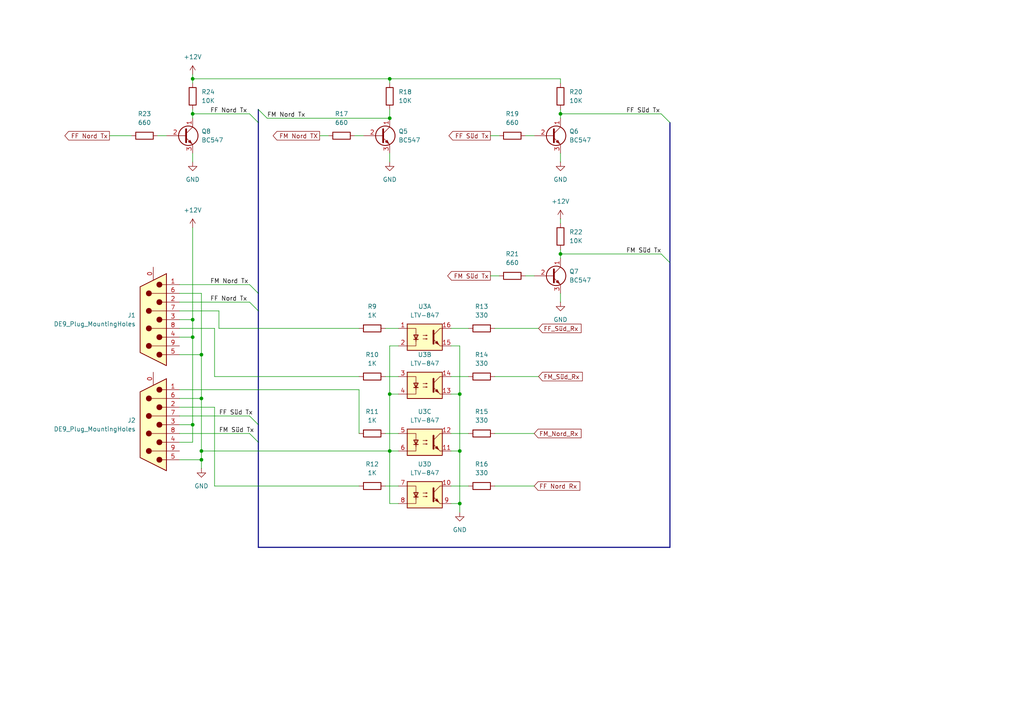
<source format=kicad_sch>
(kicad_sch (version 20231120) (generator "eeschema") (generator_version "8.0")
  (paper "A4")
  (lib_symbols
    (symbol "Connector:DE9_Plug_MountingHoles" (pin_names (offset 1.016) hide)
      (property "Reference" "J" (at 0 16.51 0))
      (property "Value" "DE9_Plug_MountingHoles" (at 0 14.605 0))
      (symbol "DE9_Plug_MountingHoles_0_1"
        (circle (center -1.778 -10.16) (radius 0.762) (fill (type outline)))
        (circle (center -1.778 -5.08) (radius 0.762) (fill (type outline)))
        (circle (center -1.778 0) (radius 0.762) (fill (type outline)))
        (circle (center -1.778 5.08) (radius 0.762) (fill (type outline)))
        (circle (center -1.778 10.16) (radius 0.762) (fill (type outline)))
        (polyline (pts (xy -3.81 -10.16) (xy -2.54 -10.16)))
        (polyline (pts (xy -3.81 -7.62) (xy 0.508 -7.62)))
        (polyline (pts (xy -3.81 -5.08) (xy -2.54 -5.08)))
        (polyline (pts (xy -3.81 -2.54) (xy 0.508 -2.54)))
        (polyline (pts (xy -3.81 0) (xy -2.54 0)))
        (polyline (pts (xy -3.81 2.54) (xy 0.508 2.54)))
        (polyline (pts (xy -3.81 5.08) (xy -2.54 5.08)))
        (polyline (pts (xy -3.81 7.62) (xy 0.508 7.62)))
        (polyline (pts (xy -3.81 10.16) (xy -2.54 10.16)))
        (polyline (pts (xy -3.81 -13.335) (xy -3.81 13.335) (xy 3.81 9.525) (xy 3.81 -9.525) (xy -3.81 -13.335)) (stroke (width 0.254)) (fill (type background)))
        (circle (center 1.27 -7.62) (radius 0.762) (fill (type outline)))
        (circle (center 1.27 -2.54) (radius 0.762) (fill (type outline)))
        (circle (center 1.27 2.54) (radius 0.762) (fill (type outline)))
        (circle (center 1.27 7.62) (radius 0.762) (fill (type outline)))
      )
      (symbol "DE9_Plug_MountingHoles_1_1"
        (pin passive line (at 0 -15.24 90) (length 3.81) (name "PAD") (number "0"))
        (pin passive line (at -7.62 -10.16 0) (length 3.81) (name "1") (number "1"))
        (pin passive line (at -7.62 -5.08 0) (length 3.81) (name "2") (number "2"))
        (pin passive line (at -7.62 0 0) (length 3.81) (name "3") (number "3"))
        (pin passive line (at -7.62 5.08 0) (length 3.81) (name "4") (number "4"))
        (pin passive line (at -7.62 10.16 0) (length 3.81) (name "5") (number "5"))
        (pin passive line (at -7.62 -7.62 0) (length 3.81) (name "6") (number "6"))
        (pin passive line (at -7.62 -2.54 0) (length 3.81) (name "7") (number "7"))
        (pin passive line (at -7.62 2.54 0) (length 3.81) (name "8") (number "8"))
        (pin passive line (at -7.62 7.62 0) (length 3.81) (name "9") (number "9"))
      )
    )
    (symbol "Device:R" (pin_numbers hide) (pin_names (offset 0))
      (property "Reference" "R" (at 2.032 0 90))
      (property "Value" "R" (at 0 0 90))
      (symbol "R_0_1"
        (rectangle (start -1.016 -2.54) (end 1.016 2.54) (stroke (width 0.254)))
      )
      (symbol "R_1_1"
        (pin passive line (at 0 3.81 270) (length 1.27) (name "~") (number "1"))
        (pin passive line (at 0 -3.81 90) (length 1.27) (name "~") (number "2"))
      )
    )
    (symbol "Isolator:LTV-847" (pin_names (offset 1.016))
      (property "Reference" "U" (at -5.08 5.08 0))
      (property "Value" "LTV-847" (at 0 5.08 0))
      (symbol "LTV-847_0_1"
        (rectangle (start -5.08 3.81) (end 5.08 -3.81) (stroke (width 0.254)) (fill (type background)))
        (polyline (pts (xy -3.175 -0.635) (xy -1.905 -0.635)) (stroke (width 0.254)))
        (polyline (pts (xy 2.54 0.635) (xy 4.445 2.54)))
        (polyline (pts (xy 4.445 -2.54) (xy 2.54 -0.635)) (fill (type outline)))
        (polyline (pts (xy 4.445 -2.54) (xy 5.08 -2.54)))
        (polyline (pts (xy 4.445 2.54) (xy 5.08 2.54)))
        (polyline (pts (xy -2.54 -0.635) (xy -2.54 -2.54) (xy -5.08 -2.54)))
        (polyline (pts (xy 2.54 1.905) (xy 2.54 -1.905) (xy 2.54 -1.905)) (stroke (width 0.508)))
        (polyline (pts (xy -5.08 2.54) (xy -2.54 2.54) (xy -2.54 -1.27) (xy -2.54 0.635)))
        (polyline (pts (xy -2.54 -0.635) (xy -3.175 0.635) (xy -1.905 0.635) (xy -2.54 -0.635)) (stroke (width 0.254)))
        (polyline (pts (xy -0.508 -0.508) (xy 0.762 -0.508) (xy 0.381 -0.635) (xy 0.381 -0.381) (xy 0.762 -0.508)))
        (polyline (pts (xy -0.508 0.508) (xy 0.762 0.508) (xy 0.381 0.381) (xy 0.381 0.635) (xy 0.762 0.508)))
        (polyline (pts (xy 3.048 -1.651) (xy 3.556 -1.143) (xy 4.064 -2.159) (xy 3.048 -1.651) (xy 3.048 -1.651)) (fill (type outline)))
      )
      (symbol "LTV-847_1_1"
        (pin passive line (at -7.62 2.54 0) (length 2.54) (name "~") (number "1"))
        (pin passive line (at 7.62 -2.54 180) (length 2.54) (name "~") (number "15"))
        (pin passive line (at 7.62 2.54 180) (length 2.54) (name "~") (number "16"))
        (pin passive line (at -7.62 -2.54 0) (length 2.54) (name "~") (number "2"))
      )
      (symbol "LTV-847_2_1"
        (pin passive line (at 7.62 -2.54 180) (length 2.54) (name "~") (number "13"))
        (pin passive line (at 7.62 2.54 180) (length 2.54) (name "~") (number "14"))
        (pin passive line (at -7.62 2.54 0) (length 2.54) (name "~") (number "3"))
        (pin passive line (at -7.62 -2.54 0) (length 2.54) (name "~") (number "4"))
      )
      (symbol "LTV-847_3_1"
        (pin passive line (at 7.62 -2.54 180) (length 2.54) (name "~") (number "11"))
        (pin passive line (at 7.62 2.54 180) (length 2.54) (name "~") (number "12"))
        (pin passive line (at -7.62 2.54 0) (length 2.54) (name "~") (number "5"))
        (pin passive line (at -7.62 -2.54 0) (length 2.54) (name "~") (number "6"))
      )
      (symbol "LTV-847_4_1"
        (pin passive line (at 7.62 2.54 180) (length 2.54) (name "~") (number "10"))
        (pin passive line (at -7.62 2.54 0) (length 2.54) (name "~") (number "7"))
        (pin passive line (at -7.62 -2.54 0) (length 2.54) (name "~") (number "8"))
        (pin passive line (at 7.62 -2.54 180) (length 2.54) (name "~") (number "9"))
      )
    )
    (symbol "Transistor_BJT:BC547" (pin_names (offset 0) hide)
      (property "Reference" "Q" (at 5.08 1.905 0))
      (property "Value" "BC547" (at 5.08 0 0))
      (symbol "BC547_0_1"
        (polyline (pts (xy 0 0) (xy 0.635 0)))
        (polyline (pts (xy 0.635 0.635) (xy 2.54 2.54)))
        (polyline (pts (xy 0.635 -0.635) (xy 2.54 -2.54) (xy 2.54 -2.54)))
        (polyline (pts (xy 0.635 1.905) (xy 0.635 -1.905) (xy 0.635 -1.905)) (stroke (width 0.508)))
        (polyline (pts (xy 1.27 -1.778) (xy 1.778 -1.27) (xy 2.286 -2.286) (xy 1.27 -1.778) (xy 1.27 -1.778)) (fill (type outline)))
        (circle (center 1.27 0) (radius 2.8194) (stroke (width 0.254)))
      )
      (symbol "BC547_1_1"
        (pin passive line (at 2.54 5.08 270) (length 2.54) (name "C") (number "1"))
        (pin input line (at -5.08 0 0) (length 5.08) (name "B") (number "2"))
        (pin passive line (at 2.54 -5.08 90) (length 2.54) (name "E") (number "3"))
      )
    )
    (symbol "power:+12V" (power) (pin_numbers hide) (pin_names (offset 0) hide)
      (property "Value" "+12V" (at 0 3.556 0))
      (symbol "+12V_0_1"
        (polyline (pts (xy -0.762 1.27) (xy 0 2.54)))
        (polyline (pts (xy 0 0) (xy 0 2.54)))
        (polyline (pts (xy 0 2.54) (xy 0.762 1.27)))
      )
      (symbol "+12V_1_1"
        (pin power_in line (at 0 0 90) (length 0) (name "~") (number "1"))
      )
    )
    (symbol "power:GND" (power) (pin_numbers hide) (pin_names (offset 0) hide)
      (property "Value" "GND" (at 0 -3.81 0))
      (symbol "GND_0_1"
        (polyline (pts (xy 0 0) (xy 0 -1.27) (xy 1.27 -1.27) (xy 0 -2.54) (xy -1.27 -1.27) (xy 0 -1.27)))
      )
      (symbol "GND_1_1"
        (pin power_in line (at 0 0 270) (length 0) (name "~") (number "1"))
      )
    )
  )
  (junction (at 133.35 114.3))
  (junction (at 113.03 22.86))
  (junction (at 55.88 22.86))
  (junction (at 113.03 114.3))
  (junction (at 55.88 92.71))
  (junction (at 58.42 130.81))
  (junction (at 55.88 123.19))
  (junction (at 133.35 130.81))
  (junction (at 113.03 130.81))
  (junction (at 113.03 34.29))
  (junction (at 162.56 73.66))
  (junction (at 58.42 133.35))
  (junction (at 55.88 33.02))
  (junction (at 58.42 115.57))
  (junction (at 133.35 146.05))
  (junction (at 58.42 102.87))
  (junction (at 55.88 97.79))
  (junction (at 162.56 33.02))
  (bus_entry (at 72.39 87.63) (size 2.54 2.54))
  (bus_entry (at 191.77 73.66) (size 2.54 2.54))
  (bus_entry (at 74.93 31.75) (size 2.54 2.54))
  (bus_entry (at 72.39 82.55) (size 2.54 2.54))
  (bus_entry (at 72.39 33.02) (size 2.54 2.54))
  (bus_entry (at 72.39 125.73) (size 2.54 2.54))
  (bus_entry (at 191.77 33.02) (size 2.54 2.54))
  (bus_entry (at 72.39 120.65) (size 2.54 2.54))
  (wire (pts (xy 111.76 140.97) (xy 115.57 140.97)))
  (wire (pts (xy 58.42 102.87) (xy 58.42 85.09)))
  (wire (pts (xy 162.56 85.09) (xy 162.56 87.63)))
  (wire (pts (xy 113.03 44.45) (xy 113.03 46.99)))
  (wire (pts (xy 143.51 125.73) (xy 154.94 125.73)))
  (wire (pts (xy 130.81 130.81) (xy 133.35 130.81)))
  (bus (pts (xy 74.93 158.75) (xy 194.31 158.75)))
  (wire (pts (xy 162.56 73.66) (xy 162.56 74.93)))
  (wire (pts (xy 52.07 133.35) (xy 58.42 133.35)))
  (wire (pts (xy 52.07 90.17) (xy 63.5 90.17)))
  (wire (pts (xy 113.03 22.86) (xy 162.56 22.86)))
  (wire (pts (xy 55.88 97.79) (xy 52.07 97.79)))
  (wire (pts (xy 55.88 128.27) (xy 52.07 128.27)))
  (wire (pts (xy 52.07 123.19) (xy 55.88 123.19)))
  (wire (pts (xy 55.88 22.86) (xy 55.88 24.13)))
  (wire (pts (xy 133.35 100.33) (xy 133.35 114.3)))
  (wire (pts (xy 52.07 102.87) (xy 58.42 102.87)))
  (wire (pts (xy 113.03 146.05) (xy 115.57 146.05)))
  (wire (pts (xy 55.88 33.02) (xy 55.88 34.29)))
  (wire (pts (xy 162.56 22.86) (xy 162.56 24.13)))
  (bus (pts (xy 74.93 31.75) (xy 74.93 35.56)))
  (wire (pts (xy 52.07 125.73) (xy 72.39 125.73)))
  (wire (pts (xy 111.76 95.25) (xy 115.57 95.25)))
  (wire (pts (xy 104.14 113.03) (xy 104.14 125.73)))
  (wire (pts (xy 130.81 114.3) (xy 133.35 114.3)))
  (wire (pts (xy 162.56 63.5) (xy 162.56 64.77)))
  (wire (pts (xy 52.07 82.55) (xy 72.39 82.55)))
  (wire (pts (xy 55.88 66.04) (xy 55.88 92.71)))
  (wire (pts (xy 55.88 97.79) (xy 55.88 123.19)))
  (wire (pts (xy 52.07 118.11) (xy 62.23 118.11)))
  (wire (pts (xy 130.81 109.22) (xy 135.89 109.22)))
  (wire (pts (xy 142.24 39.37) (xy 144.78 39.37)))
  (wire (pts (xy 142.24 80.01) (xy 144.78 80.01)))
  (wire (pts (xy 77.47 34.29) (xy 113.03 34.29)))
  (wire (pts (xy 111.76 125.73) (xy 115.57 125.73)))
  (wire (pts (xy 55.88 31.75) (xy 55.88 33.02)))
  (wire (pts (xy 162.56 31.75) (xy 162.56 33.02)))
  (wire (pts (xy 152.4 39.37) (xy 154.94 39.37)))
  (bus (pts (xy 74.93 35.56) (xy 74.93 85.09)))
  (wire (pts (xy 62.23 140.97) (xy 104.14 140.97)))
  (wire (pts (xy 133.35 130.81) (xy 133.35 146.05)))
  (wire (pts (xy 162.56 44.45) (xy 162.56 46.99)))
  (wire (pts (xy 55.88 123.19) (xy 55.88 128.27)))
  (wire (pts (xy 113.03 22.86) (xy 113.03 24.13)))
  (wire (pts (xy 130.81 95.25) (xy 135.89 95.25)))
  (wire (pts (xy 162.56 33.02) (xy 191.77 33.02)))
  (wire (pts (xy 62.23 118.11) (xy 62.23 140.97)))
  (wire (pts (xy 92.71 39.37) (xy 95.25 39.37)))
  (wire (pts (xy 58.42 85.09) (xy 52.07 85.09)))
  (wire (pts (xy 52.07 87.63) (xy 72.39 87.63)))
  (bus (pts (xy 74.93 123.19) (xy 74.93 128.27)))
  (wire (pts (xy 62.23 109.22) (xy 104.14 109.22)))
  (wire (pts (xy 55.88 21.59) (xy 55.88 22.86)))
  (wire (pts (xy 55.88 44.45) (xy 55.88 46.99)))
  (wire (pts (xy 143.51 109.22) (xy 156.21 109.22)))
  (wire (pts (xy 115.57 100.33) (xy 113.03 100.33)))
  (wire (pts (xy 111.76 109.22) (xy 115.57 109.22)))
  (bus (pts (xy 74.93 90.17) (xy 74.93 123.19)))
  (wire (pts (xy 143.51 140.97) (xy 154.94 140.97)))
  (wire (pts (xy 58.42 130.81) (xy 58.42 115.57)))
  (wire (pts (xy 52.07 113.03) (xy 104.14 113.03)))
  (wire (pts (xy 55.88 92.71) (xy 55.88 97.79)))
  (wire (pts (xy 58.42 102.87) (xy 58.42 115.57)))
  (wire (pts (xy 62.23 95.25) (xy 62.23 109.22)))
  (wire (pts (xy 113.03 114.3) (xy 113.03 130.81)))
  (wire (pts (xy 113.03 100.33) (xy 113.03 114.3)))
  (bus (pts (xy 74.93 85.09) (xy 74.93 90.17)))
  (wire (pts (xy 113.03 130.81) (xy 113.03 146.05)))
  (wire (pts (xy 113.03 130.81) (xy 115.57 130.81)))
  (bus (pts (xy 74.93 128.27) (xy 74.93 158.75)))
  (wire (pts (xy 58.42 130.81) (xy 113.03 130.81)))
  (wire (pts (xy 133.35 146.05) (xy 133.35 148.59)))
  (bus (pts (xy 194.31 76.2) (xy 194.31 158.75)))
  (wire (pts (xy 130.81 125.73) (xy 135.89 125.73)))
  (wire (pts (xy 143.51 95.25) (xy 156.21 95.25)))
  (wire (pts (xy 52.07 92.71) (xy 55.88 92.71)))
  (wire (pts (xy 55.88 22.86) (xy 113.03 22.86)))
  (wire (pts (xy 63.5 90.17) (xy 63.5 95.25)))
  (wire (pts (xy 152.4 80.01) (xy 154.94 80.01)))
  (wire (pts (xy 113.03 114.3) (xy 115.57 114.3)))
  (wire (pts (xy 31.75 39.37) (xy 38.1 39.37)))
  (bus (pts (xy 194.31 35.56) (xy 194.31 76.2)))
  (wire (pts (xy 58.42 133.35) (xy 58.42 130.81)))
  (wire (pts (xy 133.35 114.3) (xy 133.35 130.81)))
  (wire (pts (xy 52.07 120.65) (xy 72.39 120.65)))
  (wire (pts (xy 55.88 33.02) (xy 72.39 33.02)))
  (wire (pts (xy 63.5 95.25) (xy 104.14 95.25)))
  (wire (pts (xy 113.03 31.75) (xy 113.03 34.29)))
  (wire (pts (xy 162.56 33.02) (xy 162.56 34.29)))
  (wire (pts (xy 162.56 72.39) (xy 162.56 73.66)))
  (wire (pts (xy 52.07 95.25) (xy 62.23 95.25)))
  (wire (pts (xy 58.42 133.35) (xy 58.42 135.89)))
  (wire (pts (xy 45.72 39.37) (xy 48.26 39.37)))
  (wire (pts (xy 58.42 115.57) (xy 52.07 115.57)))
  (wire (pts (xy 102.87 39.37) (xy 105.41 39.37)))
  (wire (pts (xy 130.81 100.33) (xy 133.35 100.33)))
  (wire (pts (xy 130.81 140.97) (xy 135.89 140.97)))
  (wire (pts (xy 162.56 73.66) (xy 191.77 73.66)))
  (wire (pts (xy 130.81 146.05) (xy 133.35 146.05)))
  (label "FM Süd Tx" (at 181.61 73.66 0))
  (label "FM Nord Tx" (at 60.96 82.55 0))
  (label "FM Süd Tx" (at 63.5 125.73 0))
  (label "FM Nord Tx" (at 77.47 34.29 0))
  (label "FF Nord Tx" (at 60.96 87.63 0))
  (label "FF Süd Tx" (at 63.5 120.65 0))
  (label "FF Nord Tx" (at 60.96 33.02 0))
  (label "FF Süd Tx" (at 181.61 33.02 0))
  (global_label "FM Süd Tx" (shape output) (at 142.24 80.01 180) (property "Intersheetrefs" "${INTERSHEET_REFS}" (effects (hide yes))))
  (global_label "FF Nord Rx" (shape input) (at 154.94 140.97 0) (property "Intersheetrefs" "${INTERSHEET_REFS}" (effects (hide yes))))
  (global_label "FM_Süd_Rx" (shape input) (at 156.21 109.22 0) (property "Intersheetrefs" "${INTERSHEET_REFS}" (effects (hide yes))))
  (global_label "FM_Nord_Rx" (shape input) (at 154.94 125.73 0) (property "Intersheetrefs" "${INTERSHEET_REFS}" (effects (hide yes))))
  (global_label "FF_Süd_Rx" (shape input) (at 156.21 95.25 0) (property "Intersheetrefs" "${INTERSHEET_REFS}" (effects (hide yes))))
  (global_label "FF Süd Tx" (shape output) (at 142.24 39.37 180) (property "Intersheetrefs" "${INTERSHEET_REFS}" (effects (hide yes))))
  (global_label "FF Nord Tx" (shape output) (at 31.75 39.37 180) (property "Intersheetrefs" "${INTERSHEET_REFS}" (effects (hide yes))))
  (global_label "FM Nord TX" (shape output) (at 92.71 39.37 180) (property "Intersheetrefs" "${INTERSHEET_REFS}" (effects (hide yes))))
  (symbol (lib_id "Device:R") (at 139.7 140.97 90) (unit 1)
    (property "Reference" "R16" (at 139.7 134.62 90))
    (property "Value" "330" (at 139.7 137.16 90))
    (property "Footprint" "Resistor_SMD:R_0805_2012Metric_Pad1.20x1.40mm_HandSolder" (effects (hide yes)))
    (property "Description" "Resistor" (effects (hide yes)))
    (property "Mouser" "71-CRCW0805330RJNEAH" (effects (hide yes)))
  )
  (symbol (lib_id "Device:R") (at 148.59 39.37 270) (unit 1)
    (property "Reference" "R19" (at 148.59 33.02 90))
    (property "Value" "660" (at 148.59 35.56 90))
    (property "Footprint" "Resistor_SMD:R_0805_2012Metric_Pad1.20x1.40mm_HandSolder" (effects (hide yes)))
    (property "Description" "Resistor" (effects (hide yes)))
    (property "Mouser" "667-ERA-6AEB681V" (effects (hide yes)))
  )
  (symbol (lib_id "Device:R") (at 139.7 125.73 90) (unit 1)
    (property "Reference" "R15" (at 139.7 119.38 90))
    (property "Value" "330" (at 139.7 121.92 90))
    (property "Footprint" "Resistor_SMD:R_0805_2012Metric_Pad1.20x1.40mm_HandSolder" (effects (hide yes)))
    (property "Description" "Resistor" (effects (hide yes)))
    (property "Mouser" "71-CRCW0805330RJNEAH" (effects (hide yes)))
  )
  (symbol (lib_id "power:+12V") (at 162.56 63.5 0) (unit 1)
    (property "Reference" "#PWR012" (effects (hide yes)))
    (property "Value" "+12V" (at 162.56 58.42 0))
    (property "Description" "Power symbol creates a global label with name \"+12V\"" (effects (hide yes)))
  )
  (symbol (lib_id "Transistor_BJT:BC547") (at 160.02 80.01 0) (unit 1)
    (property "Reference" "Q7" (at 165.1 78.7399 0) (effects (justify left)))
    (property "Value" "BC547" (at 165.1 81.2799 0) (effects (justify left)))
    (property "Footprint" "Package_TO_SOT_THT:TO-92_Inline" (effects (hide yes)))
    (property "Datasheet" "https://www.onsemi.com/pub/Collateral/BC550-D.pdf" (effects (hide yes)))
    (property "Description" "0.1A Ic, 45V Vce, Small Signal NPN Transistor, TO-92" (effects (hide yes)))
    (property "Mouser" "637-BC547C" (effects (hide yes)))
  )
  (symbol (lib_id "power:GND") (at 113.03 46.99 0) (unit 1)
    (property "Reference" "#PWR08" (effects (hide yes)))
    (property "Value" "GND" (at 113.03 52.07 0))
    (property "Description" "Power symbol creates a global label with name \"GND\" , ground" (effects (hide yes)))
  )
  (symbol (lib_id "Connector:DE9_Plug_MountingHoles") (at 44.45 92.71 180) (unit 1)
    (property "Reference" "J1" (at 39.37 91.4399 0) (effects (justify left)))
    (property "Value" "DE9_Plug_MountingHoles" (at 39.37 93.9799 0) (effects (justify left)))
    (property "Footprint" "Connector_Dsub:DSUB-9_Female_Horizontal_P2.77x2.84mm_EdgePinOffset4.94mm_Housed_MountingHolesOffset7.48mm" (effects (hide yes)))
    (property "Datasheet" " ~" (effects (hide yes)))
    (property "Description" "9-pin male plug pin D-SUB connector, Mounting Hole" (effects (hide yes)))
    (property "Mouser" "523-SDE09SA4CH3FC309" (effects (hide yes)))
  )
  (symbol (lib_id "Isolator:LTV-847") (at 123.19 111.76 0) (unit 2)
    (property "Reference" "U3" (at 123.19 102.87 0))
    (property "Value" "LTV-847" (at 123.19 105.41 0))
    (property "Footprint" "Package_DIP:DIP-16_W7.62mm" (effects (hide yes)))
    (property "Datasheet" "http://optoelectronics.liteon.com/upload/download/DS-70-96-0016/LTV-8X7%20series.PDF" (effects (hide yes)))
    (property "Description" "Quad DC Optocoupler, Vce 35V, CTR 50%, DIP-16" (effects (hide yes)))
    (property "Mouser" "859-LTV-847" (effects (hide yes)))
  )
  (symbol (lib_id "Device:R") (at 107.95 95.25 90) (unit 1)
    (property "Reference" "R9" (at 107.95 88.9 90))
    (property "Value" "1K" (at 107.95 91.44 90))
    (property "Footprint" "Resistor_SMD:R_0805_2012Metric_Pad1.20x1.40mm_HandSolder" (effects (hide yes)))
    (property "Description" "Resistor" (effects (hide yes)))
    (property "Mouser" "71-TNPW08051K00FEEA" (effects (hide yes)))
  )
  (symbol (lib_id "Isolator:LTV-847") (at 123.19 128.27 0) (unit 3)
    (property "Reference" "U3" (at 123.19 119.38 0))
    (property "Value" "LTV-847" (at 123.19 121.92 0))
    (property "Footprint" "Package_DIP:DIP-16_W7.62mm" (effects (hide yes)))
    (property "Datasheet" "http://optoelectronics.liteon.com/upload/download/DS-70-96-0016/LTV-8X7%20series.PDF" (effects (hide yes)))
    (property "Description" "Quad DC Optocoupler, Vce 35V, CTR 50%, DIP-16" (effects (hide yes)))
    (property "Mouser" "859-LTV-847" (effects (hide yes)))
  )
  (symbol (lib_id "Device:R") (at 139.7 109.22 90) (unit 1)
    (property "Reference" "R14" (at 139.7 102.87 90))
    (property "Value" "330" (at 139.7 105.41 90))
    (property "Footprint" "Resistor_SMD:R_0805_2012Metric_Pad1.20x1.40mm_HandSolder" (effects (hide yes)))
    (property "Description" "Resistor" (effects (hide yes)))
    (property "Mouser" "71-CRCW0805330RJNEAH" (effects (hide yes)))
  )
  (symbol (lib_id "Device:R") (at 107.95 125.73 90) (unit 1)
    (property "Reference" "R11" (at 107.95 119.38 90))
    (property "Value" "1K" (at 107.95 121.92 90))
    (property "Footprint" "Resistor_SMD:R_0805_2012Metric_Pad1.20x1.40mm_HandSolder" (effects (hide yes)))
    (property "Description" "Resistor" (effects (hide yes)))
    (property "Mouser" "71-TNPW08051K00FEEA" (effects (hide yes)))
  )
  (symbol (lib_id "Device:R") (at 139.7 95.25 90) (unit 1)
    (property "Reference" "R13" (at 139.7 88.9 90))
    (property "Value" "330" (at 139.7 91.44 90))
    (property "Footprint" "Resistor_SMD:R_0805_2012Metric_Pad1.20x1.40mm_HandSolder" (effects (hide yes)))
    (property "Description" "Resistor" (effects (hide yes)))
    (property "Mouser" "71-CRCW0805330RJNEAH" (effects (hide yes)))
  )
  (symbol (lib_id "Device:R") (at 162.56 27.94 0) (unit 1)
    (property "Reference" "R20" (at 165.1 26.6699 0) (effects (justify left)))
    (property "Value" "10K" (at 165.1 29.2099 0) (effects (justify left)))
    (property "Footprint" "Resistor_SMD:R_0805_2012Metric_Pad1.20x1.40mm_HandSolder" (effects (hide yes)))
    (property "Description" "Resistor" (effects (hide yes)))
    (property "Mouser" "594-MCU08050D1002BP1" (effects (hide yes)))
  )
  (symbol (lib_id "power:+12V") (at 55.88 21.59 0) (unit 1)
    (property "Reference" "#PWR014" (effects (hide yes)))
    (property "Value" "+12V" (at 55.88 16.51 0))
    (property "Description" "Power symbol creates a global label with name \"+12V\"" (effects (hide yes)))
  )
  (symbol (lib_id "Transistor_BJT:BC547") (at 160.02 39.37 0) (unit 1)
    (property "Reference" "Q6" (at 165.1 38.0999 0) (effects (justify left)))
    (property "Value" "BC547" (at 165.1 40.6399 0) (effects (justify left)))
    (property "Footprint" "Package_TO_SOT_THT:TO-92_Inline" (effects (hide yes)))
    (property "Datasheet" "https://www.onsemi.com/pub/Collateral/BC550-D.pdf" (effects (hide yes)))
    (property "Description" "0.1A Ic, 45V Vce, Small Signal NPN Transistor, TO-92" (effects (hide yes)))
    (property "Mouser" "637-BC547C" (effects (hide yes)))
  )
  (symbol (lib_id "power:GND") (at 162.56 46.99 0) (unit 1)
    (property "Reference" "#PWR011" (effects (hide yes)))
    (property "Value" "GND" (at 162.56 52.07 0))
    (property "Description" "Power symbol creates a global label with name \"GND\" , ground" (effects (hide yes)))
  )
  (symbol (lib_id "Device:R") (at 107.95 109.22 90) (unit 1)
    (property "Reference" "R10" (at 107.95 102.87 90))
    (property "Value" "1K" (at 107.95 105.41 90))
    (property "Footprint" "Resistor_SMD:R_0805_2012Metric_Pad1.20x1.40mm_HandSolder" (effects (hide yes)))
    (property "Description" "Resistor" (effects (hide yes)))
    (property "Mouser" "71-TNPW08051K00FEEA" (effects (hide yes)))
  )
  (symbol (lib_id "Isolator:LTV-847") (at 123.19 97.79 0) (unit 1)
    (property "Reference" "U3" (at 123.19 88.9 0))
    (property "Value" "LTV-847" (at 123.19 91.44 0))
    (property "Footprint" "Package_DIP:DIP-16_W7.62mm" (effects (hide yes)))
    (property "Datasheet" "http://optoelectronics.liteon.com/upload/download/DS-70-96-0016/LTV-8X7%20series.PDF" (effects (hide yes)))
    (property "Description" "Quad DC Optocoupler, Vce 35V, CTR 50%, DIP-16" (effects (hide yes)))
    (property "Mouser" "859-LTV-847" (effects (hide yes)))
  )
  (symbol (lib_id "Device:R") (at 41.91 39.37 270) (unit 1)
    (property "Reference" "R23" (at 41.91 33.02 90))
    (property "Value" "660" (at 41.91 35.56 90))
    (property "Footprint" "Resistor_SMD:R_0805_2012Metric_Pad1.20x1.40mm_HandSolder" (effects (hide yes)))
    (property "Description" "Resistor" (effects (hide yes)))
    (property "Mouser" "667-ERA-6AEB681V" (effects (hide yes)))
  )
  (symbol (lib_id "Transistor_BJT:BC547") (at 53.34 39.37 0) (unit 1)
    (property "Reference" "Q8" (at 58.42 38.0999 0) (effects (justify left)))
    (property "Value" "BC547" (at 58.42 40.6399 0) (effects (justify left)))
    (property "Footprint" "Package_TO_SOT_THT:TO-92_Inline" (effects (hide yes)))
    (property "Datasheet" "https://www.onsemi.com/pub/Collateral/BC550-D.pdf" (effects (hide yes)))
    (property "Description" "0.1A Ic, 45V Vce, Small Signal NPN Transistor, TO-92" (effects (hide yes)))
    (property "Mouser" "637-BC547C" (effects (hide yes)))
  )
  (symbol (lib_id "Device:R") (at 148.59 80.01 270) (unit 1)
    (property "Reference" "R21" (at 148.59 73.66 90))
    (property "Value" "660" (at 148.59 76.2 90))
    (property "Footprint" "Resistor_SMD:R_0805_2012Metric_Pad1.20x1.40mm_HandSolder" (effects (hide yes)))
    (property "Description" "Resistor" (effects (hide yes)))
    (property "Mouser" "667-ERA-6AEB681V" (effects (hide yes)))
  )
  (symbol (lib_id "Device:R") (at 162.56 68.58 0) (unit 1)
    (property "Reference" "R22" (at 165.1 67.3099 0) (effects (justify left)))
    (property "Value" "10K" (at 165.1 69.8499 0) (effects (justify left)))
    (property "Footprint" "Resistor_SMD:R_0805_2012Metric_Pad1.20x1.40mm_HandSolder" (effects (hide yes)))
    (property "Description" "Resistor" (effects (hide yes)))
    (property "Mouser" "594-MCU08050D1002BP1" (effects (hide yes)))
  )
  (symbol (lib_id "power:GND") (at 55.88 46.99 0) (unit 1)
    (property "Reference" "#PWR015" (effects (hide yes)))
    (property "Value" "GND" (at 55.88 52.07 0))
    (property "Description" "Power symbol creates a global label with name \"GND\" , ground" (effects (hide yes)))
  )
  (symbol (lib_id "power:GND") (at 133.35 148.59 0) (unit 1)
    (property "Reference" "#PWR05" (effects (hide yes)))
    (property "Value" "GND" (at 133.35 153.67 0))
    (property "Description" "Power symbol creates a global label with name \"GND\" , ground" (effects (hide yes)))
  )
  (symbol (lib_id "Isolator:LTV-847") (at 123.19 143.51 0) (unit 4)
    (property "Reference" "U3" (at 123.19 134.62 0))
    (property "Value" "LTV-847" (at 123.19 137.16 0))
    (property "Footprint" "Package_DIP:DIP-16_W7.62mm" (effects (hide yes)))
    (property "Datasheet" "http://optoelectronics.liteon.com/upload/download/DS-70-96-0016/LTV-8X7%20series.PDF" (effects (hide yes)))
    (property "Description" "Quad DC Optocoupler, Vce 35V, CTR 50%, DIP-16" (effects (hide yes)))
    (property "Mouser" "859-LTV-847" (effects (hide yes)))
  )
  (symbol (lib_id "Transistor_BJT:BC547") (at 110.49 39.37 0) (unit 1)
    (property "Reference" "Q5" (at 115.57 38.0999 0) (effects (justify left)))
    (property "Value" "BC547" (at 115.57 40.6399 0) (effects (justify left)))
    (property "Footprint" "Package_TO_SOT_THT:TO-92_Inline" (effects (hide yes)))
    (property "Datasheet" "https://www.onsemi.com/pub/Collateral/BC550-D.pdf" (effects (hide yes)))
    (property "Description" "0.1A Ic, 45V Vce, Small Signal NPN Transistor, TO-92" (effects (hide yes)))
    (property "Mouser" "637-BC547C" (effects (hide yes)))
  )
  (symbol (lib_id "Device:R") (at 113.03 27.94 0) (unit 1)
    (property "Reference" "R18" (at 115.57 26.6699 0) (effects (justify left)))
    (property "Value" "10K" (at 115.57 29.2099 0) (effects (justify left)))
    (property "Footprint" "Resistor_SMD:R_0805_2012Metric_Pad1.20x1.40mm_HandSolder" (effects (hide yes)))
    (property "Description" "Resistor" (effects (hide yes)))
    (property "Mouser" "594-MCU08050D1002BP1" (effects (hide yes)))
  )
  (symbol (lib_id "Device:R") (at 99.06 39.37 270) (unit 1)
    (property "Reference" "R17" (at 99.06 33.02 90))
    (property "Value" "660" (at 99.06 35.56 90))
    (property "Footprint" "Resistor_SMD:R_0805_2012Metric_Pad1.20x1.40mm_HandSolder" (effects (hide yes)))
    (property "Description" "Resistor" (effects (hide yes)))
    (property "Mouser" "667-ERA-6AEB681V" (effects (hide yes)))
  )
  (symbol (lib_id "power:GND") (at 58.42 135.89 0) (unit 1)
    (property "Reference" "#PWR04" (effects (hide yes)))
    (property "Value" "GND" (at 58.42 140.97 0))
    (property "Description" "Power symbol creates a global label with name \"GND\" , ground" (effects (hide yes)))
  )
  (symbol (lib_id "Device:R") (at 107.95 140.97 90) (unit 1)
    (property "Reference" "R12" (at 107.95 134.62 90))
    (property "Value" "1K" (at 107.95 137.16 90))
    (property "Footprint" "Resistor_SMD:R_0805_2012Metric_Pad1.20x1.40mm_HandSolder" (effects (hide yes)))
    (property "Description" "Resistor" (effects (hide yes)))
    (property "Mouser" "71-TNPW08051K00FEEA" (effects (hide yes)))
  )
  (symbol (lib_id "power:+12V") (at 55.88 66.04 0) (unit 1)
    (property "Reference" "#PWR07" (effects (hide yes)))
    (property "Value" "+12V" (at 55.88 60.96 0))
    (property "Description" "Power symbol creates a global label with name \"+12V\"" (effects (hide yes)))
  )
  (symbol (lib_id "power:GND") (at 162.56 87.63 0) (unit 1)
    (property "Reference" "#PWR013" (effects (hide yes)))
    (property "Value" "GND" (at 162.56 92.71 0))
    (property "Description" "Power symbol creates a global label with name \"GND\" , ground" (effects (hide yes)))
  )
  (symbol (lib_id "Connector:DE9_Plug_MountingHoles") (at 44.45 123.19 180) (unit 1)
    (property "Reference" "J2" (at 39.37 121.9199 0) (effects (justify left)))
    (property "Value" "DE9_Plug_MountingHoles" (at 39.37 124.4599 0) (effects (justify left)))
    (property "Footprint" "Connector_Dsub:DSUB-9_Male_Horizontal_P2.77x2.84mm_EdgePinOffset4.94mm_Housed_MountingHolesOffset7.48mm" (effects (hide yes)))
    (property "Datasheet" " ~" (effects (hide yes)))
    (property "Description" "9-pin male plug pin D-SUB connector, Mounting Hole" (effects (hide yes)))
    (property "Mouser" "706-163C17529X" (effects (hide yes)))
  )
  (symbol (lib_id "Device:R") (at 55.88 27.94 0) (unit 1)
    (property "Reference" "R24" (at 58.42 26.6699 0) (effects (justify left)))
    (property "Value" "10K" (at 58.42 29.2099 0) (effects (justify left)))
    (property "Footprint" "Resistor_SMD:R_0805_2012Metric_Pad1.20x1.40mm_HandSolder" (effects (hide yes)))
    (property "Description" "Resistor" (effects (hide yes)))
    (property "Mouser" "594-MCU08050D1002BP1" (effects (hide yes)))
  )
)
</source>
